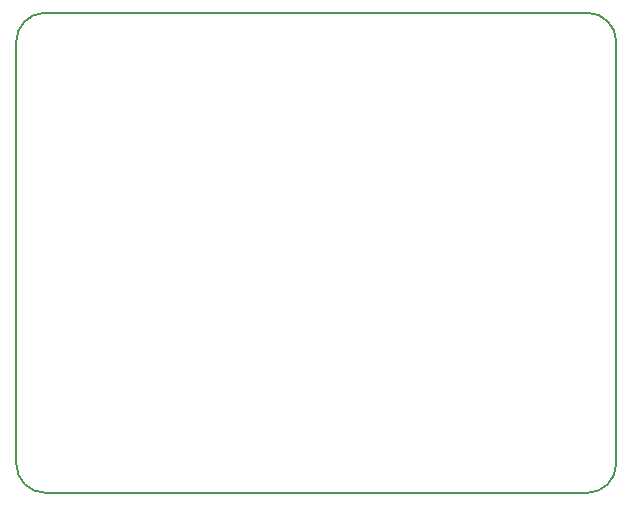
<source format=gbr>
%TF.GenerationSoftware,KiCad,Pcbnew,7.0.6-0*%
%TF.CreationDate,2024-01-30T23:56:51-05:00*%
%TF.ProjectId,Peripherals Board (new),50657269-7068-4657-9261-6c7320426f61,rev?*%
%TF.SameCoordinates,Original*%
%TF.FileFunction,Profile,NP*%
%FSLAX46Y46*%
G04 Gerber Fmt 4.6, Leading zero omitted, Abs format (unit mm)*
G04 Created by KiCad (PCBNEW 7.0.6-0) date 2024-01-30 23:56:51*
%MOMM*%
%LPD*%
G01*
G04 APERTURE LIST*
%TA.AperFunction,Profile*%
%ADD10C,0.200000*%
%TD*%
G04 APERTURE END LIST*
D10*
X170180000Y-83910000D02*
X170180000Y-48170000D01*
X220980000Y-48170000D02*
X220980000Y-83910000D01*
X172630000Y-45720000D02*
X218530000Y-45720000D01*
X172630000Y-45720000D02*
G75*
G03*
X170180000Y-48170000I0J-2450000D01*
G01*
X220980000Y-48170000D02*
G75*
G03*
X218530000Y-45720000I-2450000J0D01*
G01*
X170180000Y-83910000D02*
G75*
G03*
X172630000Y-86360000I2450000J0D01*
G01*
X218530000Y-86360000D02*
G75*
G03*
X220980000Y-83910000I0J2450000D01*
G01*
X218530000Y-86360000D02*
X172630000Y-86360000D01*
M02*

</source>
